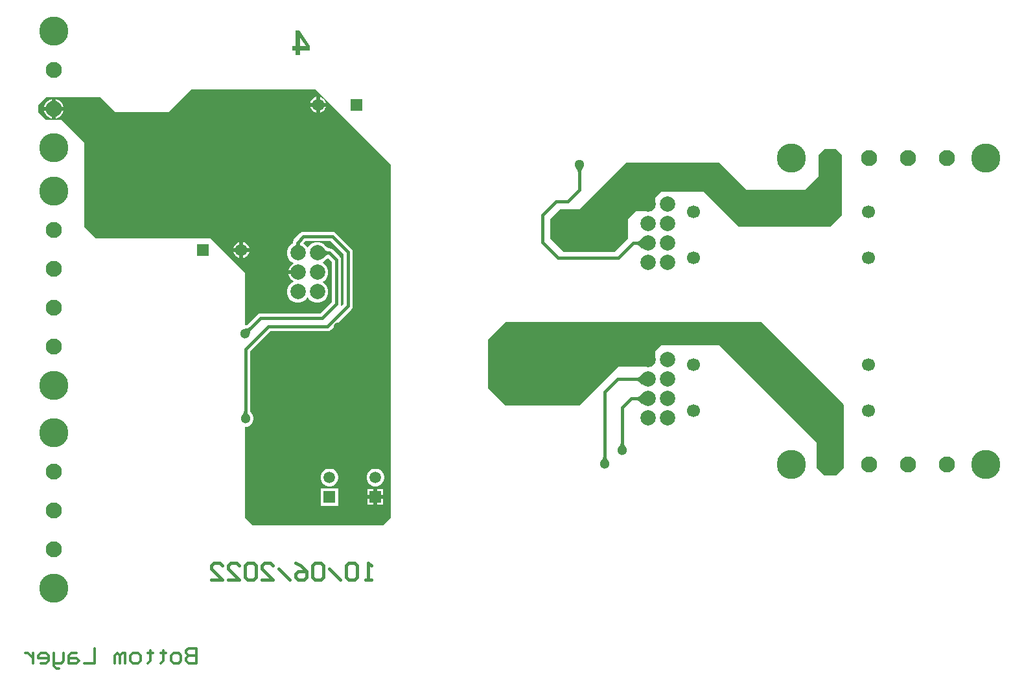
<source format=gbl>
G04*
G04 #@! TF.GenerationSoftware,Altium Limited,Altium Designer,22.5.1 (42)*
G04*
G04 Layer_Physical_Order=2*
G04 Layer_Color=16711680*
%FSLAX25Y25*%
%MOIN*%
G70*
G04*
G04 #@! TF.SameCoordinates,AD146B9C-557F-4D5F-B811-4A91A8D423AC*
G04*
G04*
G04 #@! TF.FilePolarity,Positive*
G04*
G01*
G75*
%ADD10C,0.01181*%
%ADD62C,0.01575*%
%ADD65C,0.06693*%
%ADD66R,0.06299X0.06299*%
%ADD67C,0.06299*%
%ADD68C,0.14961*%
%ADD69C,0.08268*%
%ADD70R,0.05906X0.05906*%
%ADD71C,0.05906*%
%ADD72C,0.07874*%
%ADD73C,0.05118*%
G36*
X192913Y229130D02*
Y47244D01*
X188976Y43307D01*
X122047D01*
X118110Y47244D01*
Y94141D01*
X118819D01*
X119871Y94423D01*
X120813Y94967D01*
X121583Y95737D01*
X122127Y96680D01*
X122409Y97731D01*
Y98819D01*
X122127Y99871D01*
X121583Y100813D01*
X121301Y101096D01*
X121224Y101215D01*
X121069Y101377D01*
X120967Y101497D01*
X120885Y101610D01*
X120819Y101714D01*
X120769Y101812D01*
X120731Y101902D01*
X120704Y101988D01*
X120685Y102072D01*
X120684Y102081D01*
Y133026D01*
X130919Y143261D01*
X160450D01*
X161371Y143444D01*
X162153Y143966D01*
X172703Y154517D01*
X173225Y155298D01*
X173408Y156220D01*
Y184000D01*
X173225Y184922D01*
X172703Y185703D01*
X164703Y193703D01*
X163922Y194225D01*
X163000Y194409D01*
X148000D01*
X147078Y194225D01*
X146297Y193703D01*
X143454Y190860D01*
X142932Y190079D01*
X142749Y189157D01*
Y188931D01*
X142740Y188856D01*
X142716Y188747D01*
X142688Y188664D01*
X142658Y188600D01*
X142627Y188549D01*
X142591Y188503D01*
X142545Y188457D01*
X142484Y188408D01*
X142334Y188311D01*
X142247Y188227D01*
X141773Y187954D01*
X140747Y186928D01*
X140021Y185671D01*
X139646Y184269D01*
Y182818D01*
X140021Y181416D01*
X140747Y180159D01*
X141773Y179133D01*
X142869Y178500D01*
X142917Y178031D01*
X142888Y177934D01*
X142126Y177494D01*
X141207Y176575D01*
X140557Y175449D01*
X140314Y174543D01*
X145158D01*
Y172543D01*
X140314D01*
X140557Y171638D01*
X141207Y170512D01*
X142126Y169593D01*
X142888Y169153D01*
X142917Y169056D01*
X142869Y168587D01*
X141773Y167954D01*
X140747Y166928D01*
X140021Y165671D01*
X139646Y164269D01*
Y162818D01*
X140021Y161416D01*
X140747Y160159D01*
X141773Y159133D01*
X143030Y158407D01*
X144432Y158031D01*
X145883D01*
X147285Y158407D01*
X148542Y159133D01*
X149568Y160159D01*
X149908Y160747D01*
X150408D01*
X150747Y160159D01*
X151773Y159133D01*
X153030Y158407D01*
X154432Y158031D01*
X155883D01*
X157285Y158407D01*
X158542Y159133D01*
X159568Y160159D01*
X160294Y161416D01*
X160669Y162818D01*
Y164269D01*
X160294Y165671D01*
X159568Y166928D01*
X158542Y167954D01*
X157954Y168293D01*
Y168793D01*
X158542Y169133D01*
X159568Y170159D01*
X160294Y171416D01*
X160669Y172818D01*
Y174269D01*
X160294Y175671D01*
X159568Y176928D01*
X158542Y177954D01*
X157954Y178293D01*
Y178793D01*
X158542Y179133D01*
X158956Y179547D01*
X159069Y179618D01*
X159780Y180287D01*
X160063Y180517D01*
X160338Y180715D01*
X160588Y180871D01*
X160676Y180918D01*
X162592Y179002D01*
Y158498D01*
X156502Y152409D01*
X126000D01*
X125078Y152225D01*
X124297Y151703D01*
X118988Y146394D01*
X118981Y146388D01*
X118908Y146343D01*
X118828Y146301D01*
X118737Y146264D01*
X118633Y146231D01*
X118610Y146226D01*
X118318Y146376D01*
X118198Y146484D01*
X118110Y146633D01*
Y173228D01*
X100339Y191000D01*
X41284D01*
X35433Y196850D01*
Y240158D01*
X23622Y251969D01*
X15748D01*
X11811Y255906D01*
X11811Y259842D01*
X15748Y263779D01*
X43307D01*
X51181Y255906D01*
X78740D01*
X90551Y267717D01*
X154327D01*
X192913Y229130D01*
D02*
G37*
G36*
X291601Y226974D02*
X291430Y226772D01*
X291279Y226566D01*
X291149Y226357D01*
X291038Y226145D01*
X290948Y225929D01*
X290878Y225709D01*
X290828Y225486D01*
X290797Y225260D01*
X290787Y225030D01*
X289213D01*
X289203Y225260D01*
X289172Y225486D01*
X289122Y225709D01*
X289052Y225929D01*
X288962Y226145D01*
X288851Y226357D01*
X288721Y226566D01*
X288570Y226772D01*
X288399Y226974D01*
X288209Y227172D01*
X291791D01*
X291601Y226974D01*
D02*
G37*
G36*
X425000Y234000D02*
Y203000D01*
X419000Y197000D01*
X372000D01*
X354000Y215000D01*
X332000D01*
X329000Y212000D01*
Y207000D01*
X327000Y205000D01*
X319000D01*
X315000Y201000D01*
Y191000D01*
X308000Y184000D01*
X282000D01*
X275000Y191000D01*
Y200000D01*
Y201000D01*
X280000Y206000D01*
X290000D01*
X314000Y230000D01*
X362000D01*
X376000Y216000D01*
X406000D01*
X413000Y223000D01*
Y234000D01*
X416000Y237000D01*
X422000Y237000D01*
X425000Y234000D01*
D02*
G37*
G36*
X145957Y188860D02*
X145992Y188581D01*
X146050Y188318D01*
X146132Y188072D01*
X146237Y187844D01*
X146366Y187633D01*
X146518Y187439D01*
X146693Y187262D01*
X146892Y187102D01*
X147114Y186960D01*
X143201D01*
X143423Y187102D01*
X143622Y187262D01*
X143797Y187439D01*
X143949Y187633D01*
X144078Y187844D01*
X144183Y188072D01*
X144265Y188318D01*
X144323Y188581D01*
X144358Y188860D01*
X144370Y189157D01*
X145945D01*
X145957Y188860D01*
D02*
G37*
G36*
X322346Y185787D02*
X321965Y186161D01*
X321229Y186791D01*
X320874Y187047D01*
X320529Y187264D01*
X320193Y187441D01*
X319865Y187579D01*
X319547Y187677D01*
X319238Y187736D01*
X318938Y187756D01*
Y189331D01*
X319238Y189350D01*
X319547Y189409D01*
X319865Y189508D01*
X320193Y189646D01*
X320529Y189823D01*
X320874Y190039D01*
X321229Y190295D01*
X321592Y190591D01*
X322346Y191299D01*
Y185787D01*
D02*
G37*
G36*
X158351Y185925D02*
X159086Y185295D01*
X159441Y185039D01*
X159786Y184823D01*
X160122Y184646D01*
X160449Y184508D01*
X160768Y184409D01*
X161077Y184350D01*
X161377Y184331D01*
Y182756D01*
X161077Y182736D01*
X160768Y182677D01*
X160449Y182579D01*
X160122Y182441D01*
X159786Y182264D01*
X159441Y182047D01*
X159086Y181791D01*
X158723Y181496D01*
X157969Y180787D01*
Y186299D01*
X158351Y185925D01*
D02*
G37*
G36*
X168591Y183002D02*
Y157217D01*
X167573Y156199D01*
X167185Y156518D01*
X167225Y156578D01*
X167409Y157500D01*
Y180000D01*
X167225Y180922D01*
X166703Y181703D01*
X163160Y185246D01*
X162378Y185768D01*
X161457Y185952D01*
X161251D01*
X161157Y185970D01*
X161000Y186019D01*
X160809Y186099D01*
X160588Y186215D01*
X160338Y186372D01*
X160080Y186558D01*
X159436Y187110D01*
X159093Y187446D01*
X158968Y187527D01*
X158542Y187954D01*
X157285Y188680D01*
X155883Y189055D01*
X154432D01*
X153030Y188680D01*
X151773Y187954D01*
X150747Y186928D01*
X150408Y186340D01*
X149908D01*
X149568Y186928D01*
X148542Y187954D01*
X148241Y188128D01*
X148123Y188583D01*
X148137Y188672D01*
X148182Y188776D01*
X148998Y189592D01*
X162002D01*
X168591Y183002D01*
D02*
G37*
G36*
X121364Y144251D02*
X121209Y144081D01*
X121070Y143900D01*
X120948Y143706D01*
X120842Y143501D01*
X120753Y143285D01*
X120681Y143056D01*
X120625Y142816D01*
X120587Y142564D01*
X120564Y142301D01*
X120559Y142026D01*
X118026Y144559D01*
X118301Y144564D01*
X118564Y144587D01*
X118816Y144625D01*
X119056Y144681D01*
X119285Y144753D01*
X119501Y144842D01*
X119706Y144948D01*
X119899Y145070D01*
X120081Y145209D01*
X120251Y145364D01*
X121364Y144251D01*
D02*
G37*
G36*
X322346Y115787D02*
X321965Y116161D01*
X321229Y116791D01*
X320874Y117047D01*
X320529Y117264D01*
X320193Y117441D01*
X319865Y117579D01*
X319547Y117677D01*
X319238Y117736D01*
X318938Y117756D01*
Y119331D01*
X319238Y119350D01*
X319547Y119409D01*
X319865Y119508D01*
X320193Y119646D01*
X320529Y119823D01*
X320874Y120039D01*
X321229Y120295D01*
X321592Y120591D01*
X322346Y121299D01*
Y115787D01*
D02*
G37*
G36*
Y105787D02*
X321965Y106161D01*
X321229Y106791D01*
X320874Y107047D01*
X320529Y107264D01*
X320193Y107441D01*
X319865Y107579D01*
X319547Y107677D01*
X319238Y107736D01*
X318938Y107756D01*
Y109331D01*
X319238Y109350D01*
X319547Y109409D01*
X319865Y109508D01*
X320193Y109646D01*
X320529Y109823D01*
X320874Y110039D01*
X321229Y110295D01*
X321592Y110591D01*
X322346Y111299D01*
Y105787D01*
D02*
G37*
G36*
X119073Y102015D02*
X119103Y101789D01*
X119153Y101566D01*
X119223Y101346D01*
X119314Y101130D01*
X119424Y100918D01*
X119554Y100709D01*
X119705Y100503D01*
X119876Y100301D01*
X120066Y100103D01*
X116484D01*
X116674Y100301D01*
X116845Y100503D01*
X116996Y100709D01*
X117126Y100918D01*
X117237Y101130D01*
X117327Y101346D01*
X117397Y101566D01*
X117448Y101789D01*
X117478Y102015D01*
X117488Y102245D01*
X119062D01*
X119073Y102015D01*
D02*
G37*
G36*
X312797Y85740D02*
X312828Y85514D01*
X312878Y85291D01*
X312948Y85071D01*
X313038Y84855D01*
X313149Y84643D01*
X313279Y84434D01*
X313430Y84228D01*
X313601Y84026D01*
X313791Y83828D01*
X310209D01*
X310399Y84026D01*
X310570Y84228D01*
X310721Y84434D01*
X310851Y84643D01*
X310962Y84855D01*
X311052Y85071D01*
X311122Y85291D01*
X311172Y85514D01*
X311203Y85740D01*
X311213Y85970D01*
X312787D01*
X312797Y85740D01*
D02*
G37*
G36*
X303797Y78740D02*
X303828Y78514D01*
X303878Y78291D01*
X303948Y78071D01*
X304038Y77855D01*
X304149Y77643D01*
X304279Y77434D01*
X304430Y77228D01*
X304601Y77026D01*
X304791Y76828D01*
X301209D01*
X301399Y77026D01*
X301570Y77228D01*
X301721Y77434D01*
X301851Y77643D01*
X301962Y77855D01*
X302052Y78071D01*
X302122Y78291D01*
X302172Y78514D01*
X302203Y78740D01*
X302213Y78970D01*
X303787D01*
X303797Y78740D01*
D02*
G37*
G36*
X426000Y105496D02*
Y73000D01*
X422000Y69000D01*
X416000D01*
X412000Y73000D01*
Y86000D01*
X362000Y136000D01*
X332000D01*
X329000Y133000D01*
Y127000D01*
X327000Y125000D01*
X310000D01*
X290000Y105000D01*
X252000D01*
X243000Y114000D01*
Y139000D01*
X252000Y148000D01*
X383496D01*
X426000Y105496D01*
D02*
G37*
G36*
X151441Y289910D02*
Y287814D01*
X146267D01*
Y285282D01*
X143935D01*
Y287814D01*
X142368D01*
Y289928D01*
X143935D01*
Y297944D01*
X145975D01*
X151441Y289910D01*
D02*
G37*
%LPC*%
G36*
X156512Y263871D02*
Y260842D01*
X159540D01*
X159379Y261444D01*
X158832Y262390D01*
X158060Y263163D01*
X157114Y263709D01*
X156512Y263871D01*
D02*
G37*
G36*
X154512Y263871D02*
X153910Y263709D01*
X152964Y263163D01*
X152191Y262390D01*
X151645Y261444D01*
X151484Y260842D01*
X154512D01*
Y263871D01*
D02*
G37*
G36*
X20685Y262764D02*
Y258717D01*
X24732D01*
X24469Y259698D01*
X23793Y260869D01*
X22837Y261825D01*
X21667Y262501D01*
X20685Y262764D01*
D02*
G37*
G36*
X18685Y262764D02*
X17703Y262501D01*
X16533Y261825D01*
X15577Y260869D01*
X14901Y259698D01*
X14638Y258717D01*
X18685D01*
Y262764D01*
D02*
G37*
G36*
X154512Y258842D02*
X151484D01*
X151645Y258241D01*
X152191Y257295D01*
X152964Y256522D01*
X153910Y255976D01*
X154512Y255815D01*
Y258842D01*
D02*
G37*
G36*
X159540D02*
X156512D01*
Y255815D01*
X157114Y255976D01*
X158060Y256522D01*
X158832Y257295D01*
X159379Y258241D01*
X159540Y258842D01*
D02*
G37*
G36*
X18685Y256717D02*
X14638D01*
X14901Y255735D01*
X15577Y254564D01*
X16533Y253608D01*
X17703Y252933D01*
X18685Y252670D01*
Y256717D01*
D02*
G37*
G36*
X24732D02*
X20685D01*
Y252670D01*
X21667Y252933D01*
X22837Y253608D01*
X23793Y254564D01*
X24469Y255735D01*
X24732Y256717D01*
D02*
G37*
G36*
X117142Y189067D02*
Y186039D01*
X120170D01*
X120009Y186641D01*
X119462Y187587D01*
X118690Y188360D01*
X117743Y188906D01*
X117142Y189067D01*
D02*
G37*
G36*
X115142D02*
X114540Y188906D01*
X113594Y188360D01*
X112821Y187587D01*
X112275Y186641D01*
X112114Y186039D01*
X115142D01*
Y189067D01*
D02*
G37*
G36*
X120170Y184039D02*
X117142D01*
Y181011D01*
X117743Y181173D01*
X118690Y181719D01*
X119462Y182491D01*
X120009Y183438D01*
X120170Y184039D01*
D02*
G37*
G36*
X115142D02*
X112114D01*
X112275Y183438D01*
X112821Y182491D01*
X113594Y181719D01*
X114540Y181173D01*
X115142Y181011D01*
Y184039D01*
D02*
G37*
G36*
X185635Y72520D02*
X184443D01*
X183292Y72211D01*
X182259Y71615D01*
X181416Y70772D01*
X180820Y69740D01*
X180512Y68588D01*
Y67396D01*
X180820Y66245D01*
X181416Y65212D01*
X182259Y64369D01*
X183292Y63773D01*
X184443Y63465D01*
X185635D01*
X186787Y63773D01*
X187819Y64369D01*
X188662Y65212D01*
X189258Y66245D01*
X189567Y67396D01*
Y68588D01*
X189258Y69740D01*
X188662Y70772D01*
X187819Y71615D01*
X186787Y72211D01*
X185635Y72520D01*
D02*
G37*
G36*
X162013D02*
X160821D01*
X159670Y72211D01*
X158637Y71615D01*
X157794Y70772D01*
X157198Y69740D01*
X156890Y68588D01*
Y67396D01*
X157198Y66245D01*
X157794Y65212D01*
X158637Y64369D01*
X159670Y63773D01*
X160821Y63465D01*
X162013D01*
X163165Y63773D01*
X164197Y64369D01*
X165040Y65212D01*
X165636Y66245D01*
X165945Y67396D01*
Y68588D01*
X165636Y69740D01*
X165040Y70772D01*
X164197Y71615D01*
X163165Y72211D01*
X162013Y72520D01*
D02*
G37*
G36*
X188992Y61945D02*
X186039D01*
Y58992D01*
X188992D01*
Y61945D01*
D02*
G37*
G36*
X184039D02*
X181087D01*
Y58992D01*
X184039D01*
Y61945D01*
D02*
G37*
G36*
X188992Y56992D02*
X186039D01*
Y54039D01*
X188992D01*
Y56992D01*
D02*
G37*
G36*
X184039D02*
X181087D01*
Y54039D01*
X184039D01*
Y56992D01*
D02*
G37*
G36*
X165945Y62520D02*
X156890D01*
Y53465D01*
X165945D01*
Y62520D01*
D02*
G37*
G36*
X146267Y294264D02*
Y289928D01*
X149200D01*
X146267Y294264D01*
D02*
G37*
%LPD*%
D10*
X93016Y-19820D02*
Y-27691D01*
X89081D01*
X87769Y-26379D01*
Y-25067D01*
X89081Y-23755D01*
X93016D01*
X89081D01*
X87769Y-22444D01*
Y-21132D01*
X89081Y-19820D01*
X93016D01*
X83833Y-27691D02*
X81209D01*
X79897Y-26379D01*
Y-23755D01*
X81209Y-22444D01*
X83833D01*
X85145Y-23755D01*
Y-26379D01*
X83833Y-27691D01*
X75961Y-21132D02*
Y-22444D01*
X77273D01*
X74650D01*
X75961D01*
Y-26379D01*
X74650Y-27691D01*
X69402Y-21132D02*
Y-22444D01*
X70714D01*
X68090D01*
X69402D01*
Y-26379D01*
X68090Y-27691D01*
X62842D02*
X60219D01*
X58907Y-26379D01*
Y-23755D01*
X60219Y-22444D01*
X62842D01*
X64154Y-23755D01*
Y-26379D01*
X62842Y-27691D01*
X56283D02*
Y-22444D01*
X54971D01*
X53659Y-23755D01*
Y-27691D01*
Y-23755D01*
X52347Y-22444D01*
X51035Y-23755D01*
Y-27691D01*
X40540Y-19820D02*
Y-27691D01*
X35292D01*
X31356Y-22444D02*
X28732D01*
X27421Y-23755D01*
Y-27691D01*
X31356D01*
X32668Y-26379D01*
X31356Y-25067D01*
X27421D01*
X24797Y-22444D02*
Y-26379D01*
X23485Y-27691D01*
X19549D01*
Y-29003D01*
X20861Y-30315D01*
X22173D01*
X19549Y-27691D02*
Y-22444D01*
X12990Y-27691D02*
X15613D01*
X16925Y-26379D01*
Y-23755D01*
X15613Y-22444D01*
X12990D01*
X11678Y-23755D01*
Y-25067D01*
X16925D01*
X9054Y-22444D02*
Y-27691D01*
Y-25067D01*
X7742Y-23755D01*
X6430Y-22444D01*
X5118D01*
D62*
X129921Y145669D02*
X160450D01*
X171000Y156220D02*
Y184000D01*
X160450Y145669D02*
X171000Y156220D01*
X157500Y150000D02*
X165000Y157500D01*
Y180000D01*
X161457Y183543D02*
X165000Y180000D01*
X118275Y134023D02*
X129921Y145669D01*
X118275Y98275D02*
Y134023D01*
X118000Y142000D02*
X126000Y150000D01*
X157500D01*
X163000Y192000D02*
X171000Y184000D01*
X155157Y183543D02*
X161457D01*
X148000Y192000D02*
X163000D01*
X145158Y189157D02*
X148000Y192000D01*
X145158Y183543D02*
Y189157D01*
X271000Y203000D02*
X278000Y210000D01*
X271000Y189000D02*
Y203000D01*
X278000Y210000D02*
X284000D01*
X290000Y216000D01*
Y229000D01*
X310000Y181000D02*
X317543Y188543D01*
X271000Y189000D02*
X279000Y181000D01*
X310000D01*
X317543Y188543D02*
X325157D01*
X303000Y112000D02*
X309543Y118543D01*
X303000Y75000D02*
Y112000D01*
X309543Y118543D02*
X325157D01*
X316543Y108543D02*
X325157D01*
X312000Y104000D02*
X316543Y108543D01*
X312000Y82000D02*
Y104000D01*
X182861Y15356D02*
X179974D01*
X181418D01*
Y24014D01*
X182861Y22571D01*
X175645D02*
X174202Y24014D01*
X171316D01*
X169873Y22571D01*
Y16799D01*
X171316Y15356D01*
X174202D01*
X175645Y16799D01*
Y22571D01*
X166987Y15356D02*
X161214Y21128D01*
X158328Y22571D02*
X156885Y24014D01*
X153999D01*
X152556Y22571D01*
Y16799D01*
X153999Y15356D01*
X156885D01*
X158328Y16799D01*
Y22571D01*
X143897Y24014D02*
X146783Y22571D01*
X149669Y19685D01*
Y16799D01*
X148226Y15356D01*
X145340D01*
X143897Y16799D01*
Y18242D01*
X145340Y19685D01*
X149669D01*
X141011Y15356D02*
X135238Y21128D01*
X126580Y15356D02*
X132352D01*
X126580Y21128D01*
Y22571D01*
X128023Y24014D01*
X130909D01*
X132352Y22571D01*
X123694D02*
X122250Y24014D01*
X119364D01*
X117921Y22571D01*
Y16799D01*
X119364Y15356D01*
X122250D01*
X123694Y16799D01*
Y22571D01*
X109262Y15356D02*
X115035D01*
X109262Y21128D01*
Y22571D01*
X110705Y24014D01*
X113592D01*
X115035Y22571D01*
X100604Y15356D02*
X106376D01*
X100604Y21128D01*
Y22571D01*
X102047Y24014D01*
X104933D01*
X106376Y22571D01*
D65*
X348701Y102362D02*
D03*
X438701D02*
D03*
X348701Y125984D02*
D03*
X438701D02*
D03*
X348701Y204724D02*
D03*
X438701D02*
D03*
X348701Y181102D02*
D03*
X438701D02*
D03*
D66*
X175197Y259842D02*
D03*
X96457Y185039D02*
D03*
D67*
X155512Y259842D02*
D03*
X116142Y185039D02*
D03*
D68*
X19685Y237717D02*
D03*
Y297716D02*
D03*
X19685Y215354D02*
D03*
Y115354D02*
D03*
Y91181D02*
D03*
Y11181D02*
D03*
X398819Y74803D02*
D03*
X498819D02*
D03*
Y232283D02*
D03*
X398819D02*
D03*
D69*
X19685Y257716D02*
D03*
Y277716D02*
D03*
X19685Y195354D02*
D03*
Y175354D02*
D03*
Y155354D02*
D03*
Y135354D02*
D03*
Y71181D02*
D03*
Y51181D02*
D03*
Y31181D02*
D03*
X418819Y74803D02*
D03*
X438819D02*
D03*
X458819D02*
D03*
X478819D02*
D03*
Y232283D02*
D03*
X458819D02*
D03*
X438819D02*
D03*
X418819D02*
D03*
D70*
X161417Y57992D02*
D03*
X185039D02*
D03*
D71*
X161417Y67992D02*
D03*
X185039D02*
D03*
D72*
X145158Y183543D02*
D03*
X155157D02*
D03*
X145158Y173543D02*
D03*
X155157D02*
D03*
Y163543D02*
D03*
X145158D02*
D03*
X335157Y98543D02*
D03*
X325157D02*
D03*
X335157Y108543D02*
D03*
X325157D02*
D03*
X335157Y118543D02*
D03*
X325157D02*
D03*
X335157Y128543D02*
D03*
X325157D02*
D03*
X335157Y178543D02*
D03*
X325157D02*
D03*
X335157Y188543D02*
D03*
X325157D02*
D03*
X335157Y198543D02*
D03*
X325157D02*
D03*
Y208543D02*
D03*
X335157D02*
D03*
D73*
X150000Y87000D02*
D03*
X165834Y145190D02*
D03*
X144000Y118000D02*
D03*
X118275Y98275D02*
D03*
X118000Y142000D02*
D03*
X134000Y127000D02*
D03*
Y84000D02*
D03*
X150000Y137000D02*
D03*
X291000Y193000D02*
D03*
X300000D02*
D03*
X309000D02*
D03*
X290000Y113000D02*
D03*
X278000D02*
D03*
X254000D02*
D03*
X266000D02*
D03*
X282000Y193000D02*
D03*
X290000Y229000D02*
D03*
X303000Y75000D02*
D03*
X312000Y82000D02*
D03*
M02*

</source>
